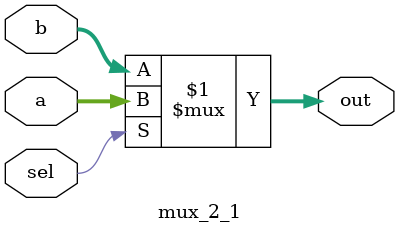
<source format=v>
`timescale 1ns / 1ps

`define DataWidth 4
module mux_2_1(
a , b, sel , out
    );
input [`DataWidth-1:0] a , b ;
input sel ;
output [`DataWidth-1:0] out ;

assign out = sel? a : b ;    
    
endmodule

</source>
